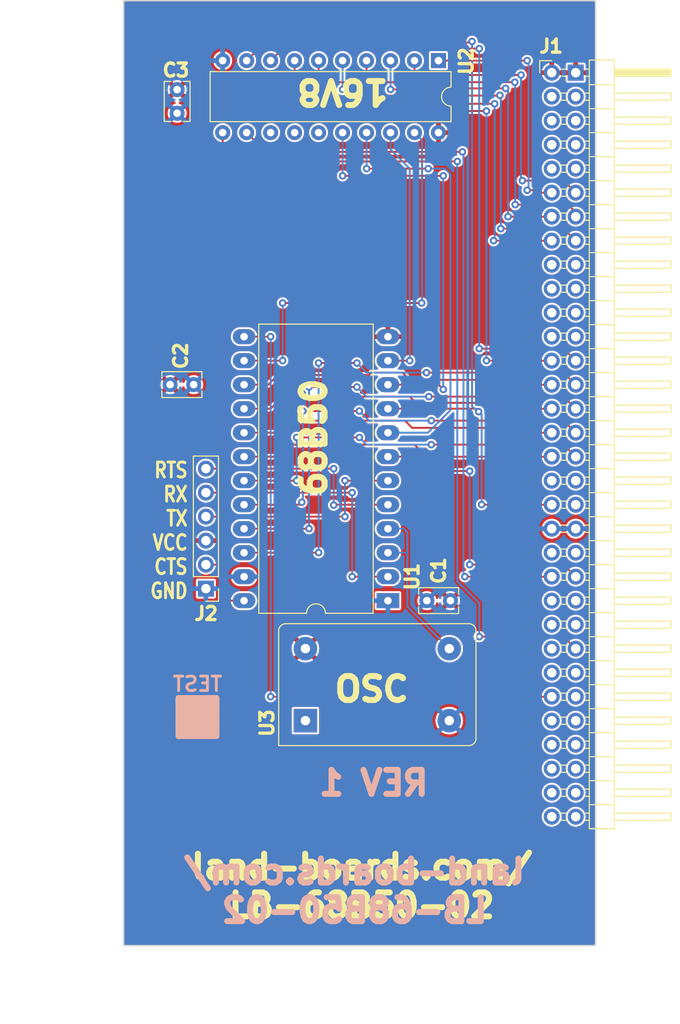
<source format=kicad_pcb>
(kicad_pcb (version 20240108) (generator "pcbnew") (generator_version "8.0")
  (title_block (title "LB-68B50-02") (date "2022-09-09") (rev "1") (company "land-boards.com"))
  (layers (0 "F.Cu" signal) (31 "B.Cu" signal) (34 "B.Paste" user) (35 "F.Paste" user) (36 "B.SilkS" user "B.Silkscreen") (37 "F.SilkS" user "F.Silkscreen") (38 "B.Mask" user) (39 "F.Mask" user) (44 "Edge.Cuts" user))
  (net 0 "")
  (net 1 "GND")
  (net 2 "/CPUA11")
  (net 3 "/CPUA12")
  (net 4 "/CPUA13")
  (net 5 "/CPUA14")
  (net 6 "/CPUA15")
  (net 7 "/CPUD4")
  (net 8 "/CPUD3")
  (net 9 "/CPUD5")
  (net 10 "/CPUD6")
  (net 11 "/CPUA0")
  (net 12 "/CPUA1")
  (net 13 "/CPUD2")
  (net 14 "/CPUA2")
  (net 15 "/CPUD7")
  (net 16 "/CPUA3")
  (net 17 "/CPUD0")
  (net 18 "/CPUA4")
  (net 19 "/CPUD1")
  (net 20 "/CPUA5")
  (net 21 "/CPUA6")
  (net 22 "/CPUA7")
  (net 23 "/CPUA8")
  (net 24 "/CPUA9")
  (net 25 "/CPUA10")
  (net 26 "/CPUA18")
  (net 27 "/CPUA16")
  (net 28 "/CPUA17")
  (net 29 "/CPUCLK")
  (net 30 "/CPUA22")
  (net 31 "/CPUA23")
  (net 32 "/CPUA20")
  (net 33 "/CPUA21")
  (net 34 "/CPUA19")
  (net 35 "VCC")
  (net 36 "/~{IORQ}")
  (net 37 "/~{CPURESB}")
  (net 38 "/VPA")
  (net 39 "/~{IRQB}")
  (net 49 "/VPB")
  (net 50 "/~{NMIB}")
  (net 51 "/~{ABORT}")
  (net 52 "/VDA")
  (net 53 "/RDY")
  (net 54 "/CPUE")
  (net 55 "/RWB")
  (net 56 "/MLB")
  (net 58 "/~{RAMCS}")
  (net 59 "/~{MEMRD}")
  (net 60 "/~{ROMCS}")
  (net 61 "/CPUMX")
  (net 62 "/ACIACS0")
  (net 63 "/ACIACS1")
  (net 64 "/ACIARS")
  (net 65 "/ACIAE")
  (net 66 "/IORQ")
  (net 69 "Net-(U1-Rx_CLK)")
  (net 70 "/~{IOCS}")
  (net 71 "/UART_CTS_5")
  (net 72 "/UART_TX_5")
  (net 73 "/UART_RX_5")
  (net 74 "/UART_RTS_5")
  (footprint "LandBoards_Conns:PinHeader_2x32_P2.54mm_Horizontal-FLIPPED" (layer "F.Cu") (at 177.35 54.615)
    (property "Reference" "J1" (at -0.058 -2.799 0) (layer "F.SilkS") (effects (font (size 1.397 1.397) (thickness 0.34925))))
    (property "Value" "Conn_2x32_RtAng")
    (pad "1" thru_hole rect (at 2.54 0) (size 1.7 1.7) (drill 1) (layers "*.Cu" "*.Mask") (net 35 "VCC"))
    (pad "2" thru_hole oval (at 0 0) (size 1.7 1.7) (drill 1) (layers "*.Cu" "*.Mask") (net 35 "VCC"))
    (pad "3" thru_hole oval (at 2.54 2.54) (size 1.7 1.7) (drill 1) (layers "*.Cu" "*.Mask") (net 30 "/CPUA22"))
    (pad "4" thru_hole oval (at 0 2.54) (size 1.7 1.7) (drill 1) (layers "*.Cu" "*.Mask") (net 31 "/CPUA23"))
    (pad "5" thru_hole oval (at 2.54 5.08) (size 1.7 1.7) (drill 1) (layers "*.Cu" "*.Mask") (net 32 "/CPUA20"))
    (pad "6" thru_hole oval (at 0 5.08) (size 1.7 1.7) (drill 1) (layers "*.Cu" "*.Mask") (net 33 "/CPUA21"))
    (pad "7" thru_hole oval (at 2.54 7.62) (size 1.7 1.7) (drill 1) (layers "*.Cu" "*.Mask") (net 26 "/CPUA18"))
    (pad "8" thru_hole oval (at 0 7.62) (size 1.7 1.7) (drill 1) (layers "*.Cu" "*.Mask") (net 34 "/CPUA19"))
    (pad "9" thru_hole oval (at 2.54 10.16) (size 1.7 1.7) (drill 1) (layers "*.Cu" "*.Mask") (net 27 "/CPUA16"))
    (pad "10" thru_hole oval (at 0 10.16) (size 1.7 1.7) (drill 1) (layers "*.Cu" "*.Mask") (net 28 "/CPUA17"))
    (pad "11" thru_hole oval (at 2.54 12.7) (size 1.7 1.7) (drill 1) (layers "*.Cu" "*.Mask") (net 5 "/CPUA14"))
    (pad "12" thru_hole oval (at 0 12.7) (size 1.7 1.7) (drill 1) (layers "*.Cu" "*.Mask") (net 6 "/CPUA15"))
    (pad "13" thru_hole oval (at 2.54 15.24) (size 1.7 1.7) (drill 1) (layers "*.Cu" "*.Mask") (net 3 "/CPUA12"))
    (pad "14" thru_hole oval (at 0 15.24) (size 1.7 1.7) (drill 1) (layers "*.Cu" "*.Mask") (net 4 "/CPUA13"))
    (pad "15" thru_hole oval (at 2.54 17.78) (size 1.7 1.7) (drill 1) (layers "*.Cu" "*.Mask") (net 25 "/CPUA10"))
    (pad "16" thru_hole oval (at 0 17.78) (size 1.7 1.7) (drill 1) (layers "*.Cu" "*.Mask") (net 2 "/CPUA11"))
    (pad "17" thru_hole oval (at 2.54 20.32) (size 1.7 1.7) (drill 1) (layers "*.Cu" "*.Mask") (net 23 "/CPUA8"))
    (pad "18" thru_hole oval (at 0 20.32) (size 1.7 1.7) (drill 1) (layers "*.Cu" "*.Mask") (net 24 "/CPUA9"))
    (pad "19" thru_hole oval (at 2.54 22.86) (size 1.7 1.7) (drill 1) (layers "*.Cu" "*.Mask") (net 21 "/CPUA6"))
    (pad "20" thru_hole oval (at 0 22.86) (size 1.7 1.7) (drill 1) (layers "*.Cu" "*.Mask") (net 22 "/CPUA7"))
    (pad "21" thru_hole oval (at 2.54 25.4) (size 1.7 1.7) (drill 1) (layers "*.Cu" "*.Mask") (net 18 "/CPUA4"))
    (pad "22" thru_hole oval (at 0 25.4) (size 1.7 1.7) (drill 1) (layers "*.Cu" "*.Mask") (net 20 "/CPUA5"))
    (pad "23" thru_hole oval (at 2.54 27.94) (size 1.7 1.7) (drill 1) (layers "*.Cu" "*.Mask") (net 14 "/CPUA2"))
    (pad "24" thru_hole oval (at 0 27.94) (size 1.7 1.7) (drill 1) (layers "*.Cu" "*.Mask") (net 16 "/CPUA3"))
    (pad "25" thru_hole oval (at 2.54 30.48) (size 1.7 1.7) (drill 1) (layers "*.Cu" "*.Mask") (net 11 "/CPUA0"))
    (pad "26" thru_hole oval (at 0 30.48) (size 1.7 1.7) (drill 1) (layers "*.Cu" "*.Mask") (net 12 "/CPUA1"))
    (pad "27" thru_hole oval (at 2.54 33.02) (size 1.7 1.7) (drill 1) (layers "*.Cu" "*.Mask") (net 17 "/CPUD0"))
    (pad "28" thru_hole oval (at 0 33.02) (size 1.7 1.7) (drill 1) (layers "*.Cu" "*.Mask") (net 15 "/CPUD7"))
    (pad "29" thru_hole oval (at 2.54 35.56) (size 1.7 1.7) (drill 1) (layers "*.Cu" "*.Mask") (net 19 "/CPUD1"))
    (pad "30" thru_hole oval (at 0 35.56) (size 1.7 1.7) (drill 1) (layers "*.Cu" "*.Mask") (net 10 "/CPUD6"))
    (pad "31" thru_hole oval (at 2.54 38.1) (size 1.7 1.7) (drill 1) (layers "*.Cu" "*.Mask") (net 13 "/CPUD2"))
    (pad "32" thru_hole oval (at 0 38.1) (size 1.7 1.7) (drill 1) (layers "*.Cu" "*.Mask") (net 9 "/CPUD5"))
    (pad "33" thru_hole oval (at 2.54 40.64) (size 1.7 1.7) (drill 1) (layers "*.Cu" "*.Mask") (net 8 "/CPUD3"))
    (pad "34" thru_hole oval (at 0 40.64) (size 1.7 1.7) (drill 1) (layers "*.Cu" "*.Mask") (net 7 "/CPUD4"))
    (pad "35" thru_hole oval (at 2.54 43.18) (size 1.7 1.7) (drill 1) (layers "*.Cu" "*.Mask") (net 58 "/~{RAMCS}"))
    (pad "36" thru_hole oval (at 0 43.18) (size 1.7 1.7) (drill 1) (layers "*.Cu" "*.Mask") (net 59 "/~{MEMRD}"))
    (pad "37" thru_hole oval (at 2.54 45.72) (size 1.7 1.7) (drill 1) (layers "*.Cu" "*.Mask") (net 60 "/~{ROMCS}"))
    (pad "38" thru_hole oval (at 0 45.72) (size 1.7 1.7) (drill 1) (layers "*.Cu" "*.Mask") (net 70 "/~{IOCS}"))
    (pad "39" thru_hole oval (at 2.54 48.26) (size 1.7 1.7) (drill 1) (layers "*.Cu" "*.Mask") (net 1 "GND"))
    (pad "40" thru_hole oval (at 0 48.26) (size 1.7 1.7) (drill 1) (layers "*.Cu" "*.Mask") (net 1 "GND"))
    (pad "41" thru_hole oval (at 2.54 50.8) (size 1.7 1.7) (drill 1) (layers "*.Cu" "*.Mask") (net 29 "/CPUCLK"))
    (pad "42" thru_hole oval (at 0 50.8) (size 1.7 1.7) (drill 1) (layers "*.Cu" "*.Mask") (net 38 "/VPA"))
    (pad "43" thru_hole oval (at 2.54 53.34) (size 1.7 1.7) (drill 1) (layers "*.Cu" "*.Mask") (net 39 "/~{IRQB}"))
    (pad "44" thru_hole oval (at 0 53.34) (size 1.7 1.7) (drill 1) (layers "*.Cu" "*.Mask") (net 49 "/VPB"))
    (pad "45" thru_hole oval (at 2.54 55.88) (size 1.7 1.7) (drill 1) (layers "*.Cu" "*.Mask") (net 50 "/~{NMIB}"))
    (pad "46" thru_hole oval (at 0 55.88) (size 1.7 1.7) (drill 1) (layers "*.Cu" "*.Mask") (net 37 "/~{CPURESB}"))
    (pad "47" thru_hole oval (at 2.54 58.42) (size 1.7 1.7) (drill 1) (layers "*.Cu" "*.Mask") (net 51 "/~{ABORT}"))
    (pad "48" thru_hole oval (at 0 58.42) (size 1.7 1.7) (drill 1) (layers "*.Cu" "*.Mask") (net 56 "/MLB"))
    (pad "49" thru_hole oval (at 2.54 60.96) (size 1.7 1.7) (drill 1) (layers "*.Cu" "*.Mask") (net 52 "/VDA"))
    (pad "50" thru_hole oval (at 0 60.96) (size 1.7 1.7) (drill 1) (layers "*.Cu" "*.Mask") (net 53 "/RDY"))
    (pad "51" thru_hole oval (at 2.54 63.5) (size 1.7 1.7) (drill 1) (layers "*.Cu" "*.Mask") (net 36 "/~{IORQ}"))
    (pad "52" thru_hole oval (at 0 63.5) (size 1.7 1.7) (drill 1) (layers "*.Cu" "*.Mask") (net 54 "/CPUE"))
    (pad "53" thru_hole oval (at 2.54 66.04) (size 1.7 1.7) (drill 1) (layers "*.Cu" "*.Mask") (net 61 "/CPUMX"))
    (pad "54" thru_hole oval (at 0 66.04) (size 1.7 1.7) (drill 1) (layers "*.Cu" "*.Mask") (net 55 "/RWB"))
    (pad "55" thru_hole oval (at 2.54 68.58) (size 1.7 1.7) (drill 1) (layers "*.Cu" "*.Mask"))
    (pad "56" thru_hole oval (at 0 68.58) (size 1.7 1.7) (drill 1) (layers "*.Cu" "*.Mask"))
    (pad "57" thru_hole oval (at 2.54 71.12) (size 1.7 1.7) (drill 1) (layers "*.Cu" "*.Mask"))
    (pad "58" thru_hole oval (at 0 71.12) (size 1.7 1.7) (drill 1) (layers "*.Cu" "*.Mask"))
    (pad "59" thru_hole oval (at 2.54 73.66) (size 1.7 1.7) (drill 1) (layers "*.Cu" "*.Mask"))
    (pad "60" thru_hole oval (at 0 73.66) (size 1.7 1.7) (drill 1) (layers "*.Cu" "*.Mask"))
    (pad "61" thru_hole oval (at 2.54 76.2) (size 1.7 1.7) (drill 1) (layers "*.Cu" "*.Mask"))
    (pad "62" thru_hole oval (at 0 76.2) (size 1.7 1.7) (drill 1) (layers "*.Cu" "*.Mask"))
    (pad "63" thru_hole oval (at 2.54 78.74) (size 1.7 1.7) (drill 1) (layers "*.Cu" "*.Mask"))
    (pad "64" thru_hole oval (at 0 78.74) (size 1.7 1.7) (drill 1) (layers "*.Cu" "*.Mask"))
  )
  (footprint "Package_DIP:DIP-24_W15.24mm_LongPads" (layer "F.Cu") (at 160 110.495 180)
    (property "Reference" "U1" (at -2.56 2.545 -90) (layer "F.SilkS") (effects (font (size 1.397 1.397) (thickness 0.34925))))
    (property "Value" "MC68B50")
    (pad "1" thru_hole rect (at 0 0 180) (size 2.4 1.6) (drill 0.8) (layers "*.Cu" "*.Mask") (net 1 "GND"))
    (pad "2" thru_hole oval (at 0 2.54 180) (size 2.4 1.6) (drill 0.8) (layers "*.Cu" "*.Mask") (net 73 "/UART_RX_5"))
    (pad "3" thru_hole oval (at 0 5.08 180) (size 2.4 1.6) (drill 0.8) (layers "*.Cu" "*.Mask") (net 69 "Net-(U1-Rx_CLK)"))
    (pad "4" thru_hole oval (at 0 7.62 180) (size 2.4 1.6) (drill 0.8) (layers "*.Cu" "*.Mask") (net 69 "Net-(U1-Rx_CLK)"))
    (pad "5" thru_hole oval (at 0 10.16 180) (size 2.4 1.6) (drill 0.8) (layers "*.Cu" "*.Mask") (net 74 "/UART_RTS_5"))
    (pad "6" thru_hole oval (at 0 12.7 180) (size 2.4 1.6) (drill 0.8) (layers "*.Cu" "*.Mask") (net 72 "/UART_TX_5"))
    (pad "7" thru_hole oval (at 0 15.24 180) (size 2.4 1.6) (drill 0.8) (layers "*.Cu" "*.Mask") (net 39 "/~{IRQB}"))
    (pad "8" thru_hole oval (at 0 17.78 180) (size 2.4 1.6) (drill 0.8) (layers "*.Cu" "*.Mask") (net 62 "/ACIACS0"))
    (pad "9" thru_hole oval (at 0 20.32 180) (size 2.4 1.6) (drill 0.8) (layers "*.Cu" "*.Mask") (net 70 "/~{IOCS}"))
    (pad "10" thru_hole oval (at 0 22.86 180) (size 2.4 1.6) (drill 0.8) (layers "*.Cu" "*.Mask") (net 63 "/ACIACS1"))
    (pad "11" thru_hole oval (at 0 25.4 180) (size 2.4 1.6) (drill 0.8) (layers "*.Cu" "*.Mask") (net 64 "/ACIARS"))
    (pad "12" thru_hole oval (at 0 27.94 180) (size 2.4 1.6) (drill 0.8) (layers "*.Cu" "*.Mask") (net 35 "VCC"))
    (pad "13" thru_hole oval (at 15.24 27.94 180) (size 2.4 1.6) (drill 0.8) (layers "*.Cu" "*.Mask") (net 55 "/RWB"))
    (pad "14" thru_hole oval (at 15.24 25.4 180) (size 2.4 1.6) (drill 0.8) (layers "*.Cu" "*.Mask") (net 65 "/ACIAE"))
    (pad "15" thru_hole oval (at 15.24 22.86 180) (size 2.4 1.6) (drill 0.8) (layers "*.Cu" "*.Mask") (net 15 "/CPUD7"))
    (pad "16" thru_hole oval (at 15.24 20.32 180) (size 2.4 1.6) (drill 0.8) (layers "*.Cu" "*.Mask") (net 10 "/CPUD6"))
    (pad "17" thru_hole oval (at 15.24 17.78 180) (size 2.4 1.6) (drill 0.8) (layers "*.Cu" "*.Mask") (net 9 "/CPUD5"))
    (pad "18" thru_hole oval (at 15.24 15.24 180) (size 2.4 1.6) (drill 0.8) (layers "*.Cu" "*.Mask") (net 7 "/CPUD4"))
    (pad "19" thru_hole oval (at 15.24 12.7 180) (size 2.4 1.6) (drill 0.8) (layers "*.Cu" "*.Mask") (net 8 "/CPUD3"))
    (pad "20" thru_hole oval (at 15.24 10.16 180) (size 2.4 1.6) (drill 0.8) (layers "*.Cu" "*.Mask") (net 13 "/CPUD2"))
    (pad "21" thru_hole oval (at 15.24 7.62 180) (size 2.4 1.6) (drill 0.8) (layers "*.Cu" "*.Mask") (net 19 "/CPUD1"))
    (pad "22" thru_hole oval (at 15.24 5.08 180) (size 2.4 1.6) (drill 0.8) (layers "*.Cu" "*.Mask") (net 17 "/CPUD0"))
    (pad "23" thru_hole oval (at 15.24 2.54 180) (size 2.4 1.6) (drill 0.8) (layers "*.Cu" "*.Mask") (net 1 "GND"))
    (pad "24" thru_hole oval (at 15.24 0 180) (size 2.4 1.6) (drill 0.8) (layers "*.Cu" "*.Mask") (net 71 "/UART_CTS_5"))
  )
  (footprint "Package_DIP:DIP-20_W7.62mm" (layer "F.Cu") (at 165.354 53.34 -90)
    (property "Reference" "U2" (at 0.0508 -2.9464 90) (layer "F.SilkS") (effects (font (size 1.397 1.397) (thickness 0.34925) (bold yes))))
    (property "Value" "ATF16V8B-15PU")
    (pad "1" thru_hole rect (at 0 0 270) (size 1.6 1.6) (drill 0.8) (layers "*.Cu" "*.Mask") (net 6 "/CPUA15"))
    (pad "2" thru_hole oval (at 0 2.54 270) (size 1.6 1.6) (drill 0.8) (layers "*.Cu" "*.Mask") (net 5 "/CPUA14"))
    (pad "3" thru_hole oval (at 0 5.08 270) (size 1.6 1.6) (drill 0.8) (layers "*.Cu" "*.Mask") (net 4 "/CPUA13"))
    (pad "4" thru_hole oval (at 0 7.62 270) (size 1.6 1.6) (drill 0.8) (layers "*.Cu" "*.Mask") (net 3 "/CPUA12"))
    (pad "5" thru_hole oval (at 0 10.16 270) (size 1.6 1.6) (drill 0.8) (layers "*.Cu" "*.Mask") (net 2 "/CPUA11"))
    (pad "6" thru_hole oval (at 0 12.7 270) (size 1.6 1.6) (drill 0.8) (layers "*.Cu" "*.Mask") (net 25 "/CPUA10"))
    (pad "7" thru_hole oval (at 0 15.24 270) (size 1.6 1.6) (drill 0.8) (layers "*.Cu" "*.Mask") (net 12 "/CPUA1"))
    (pad "8" thru_hole oval (at 0 17.78 270) (size 1.6 1.6) (drill 0.8) (layers "*.Cu" "*.Mask") (net 11 "/CPUA0"))
    (pad "9" thru_hole oval (at 0 20.32 270) (size 1.6 1.6) (drill 0.8) (layers "*.Cu" "*.Mask") (net 70 "/~{IOCS}"))
    (pad "10" thru_hole oval (at 0 22.86 270) (size 1.6 1.6) (drill 0.8) (layers "*.Cu" "*.Mask") (net 1 "GND"))
    (pad "11" thru_hole oval (at 7.62 22.86 270) (size 1.6 1.6) (drill 0.8) (layers "*.Cu" "*.Mask") (net 52 "/VDA"))
    (pad "12" thru_hole oval (at 7.62 20.32 270) (size 1.6 1.6) (drill 0.8) (layers "*.Cu" "*.Mask") (net 49 "/VPB"))
    (pad "13" thru_hole oval (at 7.62 17.78 270) (size 1.6 1.6) (drill 0.8) (layers "*.Cu" "*.Mask") (net 66 "/IORQ"))
    (pad "14" thru_hole oval (at 7.62 15.24 270) (size 1.6 1.6) (drill 0.8) (layers "*.Cu" "*.Mask"))
    (pad "15" thru_hole oval (at 7.62 12.7 270) (size 1.6 1.6) (drill 0.8) (layers "*.Cu" "*.Mask"))
    (pad "16" thru_hole oval (at 7.62 10.16 270) (size 1.6 1.6) (drill 0.8) (layers "*.Cu" "*.Mask") (net 63 "/ACIACS1"))
    (pad "17" thru_hole oval (at 7.62 7.62 270) (size 1.6 1.6) (drill 0.8) (layers "*.Cu" "*.Mask") (net 62 "/ACIACS0"))
    (pad "18" thru_hole oval (at 7.62 5.08 270) (size 1.6 1.6) (drill 0.8) (layers "*.Cu" "*.Mask") (net 64 "/ACIARS"))
    (pad "19" thru_hole oval (at 7.62 2.54 270) (size 1.6 1.6) (drill 0.8) (layers "*.Cu" "*.Mask") (net 65 "/ACIAE"))
    (pad "20" thru_hole oval (at 7.62 0 270) (size 1.6 1.6) (drill 0.8) (layers "*.Cu" "*.Mask") (net 35 "VCC"))
  )
  (footprint "Capacitor_THT:C_Rect_L4.0mm_W2.5mm_P2.50mm" (layer "F.Cu") (at 164.124 110.49)
    (property "Reference" "C1" (at 1.25 -3.175 -90) (layer "F.SilkS") (effects (font (size 1.397 1.397) (thickness 0.34925))))
    (property "Value" "0.1uF")
    (pad "1" thru_hole circle (at 0 0) (size 1.6 1.6) (drill 0.8) (layers "*.Cu" "*.Mask") (net 1 "GND"))
    (pad "2" thru_hole circle (at 2.5 0) (size 1.6 1.6) (drill 0.8) (layers "*.Cu" "*.Mask") (net 35 "VCC"))
  )
  (footprint "Capacitor_THT:C_Rect_L4.0mm_W2.5mm_P2.50mm" (layer "F.Cu") (at 139.426 87.63 180)
    (property "Reference" "C2" (at 1.377 3.048 90) (layer "F.SilkS") (effects (font (size 1.397 1.397) (thickness 0.34925))))
    (property "Value" "0.1uF")
    (pad "1" thru_hole circle (at 0 0 180) (size 1.6 1.6) (drill 0.8) (layers "*.Cu" "*.Mask") (net 1 "GND"))
    (pad "2" thru_hole circle (at 2.5 0 180) (size 1.6 1.6) (drill 0.8) (layers "*.Cu" "*.Mask") (net 35 "VCC"))
  )
  (footprint "Connector_PinHeader_2.54mm:PinHeader_1x06_P2.54mm_Vertical" (layer "F.Cu") (at 140.716 109.22 180)
    (property "Reference" "J2" (at -0.0254 -2.6416 0) (layer "F.SilkS") (effects (font (size 1.397 1.397) (thickness 0.34925) (bold yes))))
    (property "Value" "1x6_Pin_Header_Rt_Angle")
    (pad "1" thru_hole rect (at 0 0 180) (size 1.7 1.7) (drill 1) (layers "*.Cu" "*.Mask") (net 1 "GND"))
    (pad "2" thru_hole oval (at 0 2.54 180) (size 1.7 1.7) (drill 1) (layers "*.Cu" "*.Mask") (net 71 "/UART_CTS_5"))
    (pad "3" thru_hole oval (at 0 5.08 180) (size 1.7 1.7) (drill 1) (layers "*.Cu" "*.Mask") (net 35 "VCC"))
    (pad "4" thru_hole oval (at 0 7.62 180) (size 1.7 1.7) (drill 1) (layers "*.Cu" "*.Mask") (net 72 "/UART_TX_5"))
    (pad "5" thru_hole oval (at 0 10.16 180) (size 1.7 1.7) (drill 1) (layers "*.Cu" "*.Mask") (net 73 "/UART_RX_5"))
    (pad "6" thru_hole oval (at 0 12.7 180) (size 1.7 1.7) (drill 1) (layers "*.Cu" "*.Mask") (net 74 "/UART_RTS_5"))
  )
  (footprint "LandBoards_Marking:TEST_BLK-REAR" (layer "F.Cu") (at 139.827 122.809)
    (property "Reference" "TEST" (at 0 -3.5 0) (layer "B.SilkS") (effects (font (size 1.524 1.524) (thickness 0.3048)) (justify mirror)))
    (property "Value" "COUPON" (hide yes))
  )
  (footprint "Oscillator:Oscillator_DIP-14_LargePads" (layer "F.Cu") (at 151.257 123.19)
    (property "Reference" "U3" (at -4.064 0.254 90) (layer "F.SilkS") (effects (font (size 1.397 1.397) (thickness 0.34925))))
    (property "Value" "MXO45-3C-1M8432")
    (pad "1" thru_hole rect (at 0 0) (size 2.5 2.5) (drill 1) (layers "*.Cu" "*.Mask"))
    (pad "7" thru_hole circle (at 15.24 0) (size 2.5 2.5) (drill 1) (layers "*.Cu" "*.Mask") (net 1 "GND"))
    (pad "8" thru_hole circle (at 15.24 -7.62) (size 2.5 2.5) (drill 1) (layers "*.Cu" "*.Mask") (net 69 "Net-(U1-Rx_CLK)"))
    (pad "14" thru_hole circle (at 0 -7.62) (size 2.5 2.5) (drill 1) (layers "*.Cu" "*.Mask") (net 35 "VCC"))
  )
  (footprint "Capacitor_THT:C_Rect_L4.0mm_W2.5mm_P2.50mm" (layer "F.Cu") (at 137.668 58.908 90)
    (property "Reference" "C3" (at 4.552 -0.127 0) (layer "F.SilkS") (effects (font (size 1.397 1.397) (thickness 0.34925))))
    (property "Value" "0.1uF")
    (pad "1" thru_hole circle (at 0 0 90) (size 1.6 1.6) (drill 0.8) (layers "*.Cu" "*.Mask") (net 1 "GND"))
    (pad "2" thru_hole circle (at 2.5 0 90) (size 1.6 1.6) (drill 0.8) (layers "*.Cu" "*.Mask") (net 35 "VCC"))
  )
  (gr_rect (start 132 47) (end 182 147) (stroke (width 0.15)) (fill none) (layer "Edge.Cuts"))
  (gr_text "land-boards.com/\nLB-68B50-02" (at 156.464 141.224 0) (layer "B.SilkS") (effects (font (size 2.54 2.54) (thickness 0.635)) (justify mirror)))
  (gr_text "REV 1" (at 158.496 129.794 0) (layer "B.SilkS") (effects (font (size 2.54 2.54) (thickness 0.635)) (justify mirror)))
  (gr_text "OSC" (at 158.2674 119.8626 0) (layer "F.SilkS") (effects (font (size 2.54 2.54) (thickness 0.635))))
  (gr_text "68B50" (at 152.146 93.218 90) (layer "F.SilkS") (effects (font (size 2.54 2.54) (thickness 0.635))))
  (gr_text "land-boards.com/\nLB-68B50-02" (at 157.226 140.716 0) (layer "F.SilkS") (effects (font (size 2.54 2.54) (thickness 0.635))))
  (gr_text "RTS\nRX\nTX\nVCC\nCTS\nGND" (at 138.938 95.758 0) (layer "F.SilkS") (effects (font (size 1.5875 1.27) (thickness 0.3) (bold yes)) (justify right top)))
  (gr_text "16V8" (at 155.194 56.642 180) (layer "F.SilkS") (effects (font (size 2.54 2.54) (thickness 0.635))))
  (segment (start 171.201 72.395) (end 171.196 72.39) (width 0.2032) (layer "F.Cu") (net 2))
  (segment (start 157.233761 56.388) (end 158.75 57.904239) (width 0.2032) (layer "F.Cu") (net 2))
  (segment (start 155.194 56.388) (end 157.233761 56.388) (width 0.2032) (layer "F.Cu") (net 2))
  (segment (start 171.3045 57.904239) (end 158.75 57.904239) (width 0.2032) (layer "F.Cu") (net 2))
  (segment (start 177.35 72.395) (end 171.201 72.395) (width 0.2032) (layer "F.Cu") (net 2))
  (via (at 155.194 56.388) (size 0.8) (drill 0.4) (layers "F.Cu" "B.Cu") (net 2))
  (via (at 171.196 72.39) (size 0.8) (drill 0.4) (layers "F.Cu" "B.Cu") (net 2))
  (via (at 171.3045 57.904239) (size 0.8) (drill 0.4) (layers "F.Cu" "B.Cu") (net 2))
  (segment (start 155.194 56.388) (end 155.194 53.34) (width 0.2032) (layer "B.Cu") (net 2))
  (segment (start 171.196 72.39) (end 171.3045 72.2815) (width 0.2032) (layer "B.Cu") (net 2))
  (segment (start 171.3045 72.2815) (end 171.3045 57.904239) (width 0.2032) (layer "B.Cu") (net 2))
  (segment (start 179.89 69.4) (end 179.07 68.58) (width 0.2032) (layer "F.Cu") (net 3))
  (segment (start 157.734 54.864) (end 157.734 53.34) (width 0.2032) (layer "F.Cu") (net 3))
  (segment (start 158.496 55.626) (end 157.734 54.864) (width 0.2032) (layer "F.Cu") (net 3))
  (segment (start 179.07 68.58) (end 173.482 68.58) (width 0.2032) (layer "F.Cu") (net 3))
  (segment (start 173.445 55.626) (end 158.496 55.626) (width 0.2032) (layer "F.Cu") (net 3))
  (via (at 173.445 55.626) (size 0.8) (drill 0.4) (layers "F.Cu" "B.Cu") (net 3))
  (via (at 173.482 68.58) (size 0.8) (drill 0.4) (layers "F.Cu" "B.Cu") (net 3))
  (segment (start 173.482 55.663) (end 173.445 55.626) (width 0.2032) (layer "B.Cu") (net 3))
  (segment (start 173.482 68.58) (end 173.482 55.663) (width 0.2032) (layer "B.Cu") (net 3))
  (segment (start 177.35 69.855) (end 172.725 69.855) (width 0.2032) (layer "F.Cu") (net 4))
  (segment (start 160.274 56.388) (end 162.1975 56.388) (width 0.2032) (layer "F.Cu") (net 4))
  (segment (start 162.306 56.2795) (end 172.466 56.2795) (width 0.2032) (layer "F.Cu") (net 4))
  (segment (start 162.1975 56.388) (end 162.306 56.2795) (width 0.2032) (layer "F.Cu") (net 4))
  (segment (start 172.725 69.855) (end 172.72 69.85) (width 0.2032) (layer "F.Cu") (net 4))
  (via (at 172.466 56.2795) (size 0.8) (drill 0.4) (layers "F.Cu" "B.Cu") (net 4))
  (via (at 160.274 56.388) (size 0.8) (drill 0.4) (layers "F.Cu" "B.Cu") (net 4))
  (via (at 172.72 69.85) (size 0.8) (drill 0.4) (layers "F.Cu" "B.Cu") (net 4))
  (segment (start 172.72 56.5335) (end 172.466 56.2795) (width 0.2032) (layer "B.Cu") (net 4))
  (segment (start 160.274 56.388) (end 160.274 53.34) (width 0.2032) (layer "B.Cu") (net 4))
  (segment (start 172.72 69.85) (end 172.72 56.5335) (width 0.2032) (layer "B.Cu") (net 4))
  (segment (start 174.244 66.04) (end 178.615 66.04) (width 0.2032) (layer "F.Cu") (net 5))
  (segment (start 162.814 54.356) (end 163.322 54.864) (width 0.2032) (layer "F.Cu") (net 5))
  (segment (start 163.322 54.864) (end 174.0985 54.864) (width 0.2032) (layer "F.Cu") (net 5))
  (segment (start 162.814 53.34) (end 162.814 54.356) (width 0.2032) (layer "F.Cu") (net 5))
  (segment (start 178.615 66.04) (end 179.89 67.315) (width 0.2032) (layer "F.Cu") (net 5))
  (via (at 174.244 66.04) (size 0.8) (drill 0.4) (layers "F.Cu" "B.Cu") (net 5))
  (via (at 174.0985 54.864) (size 0.8) (drill 0.4) (layers "F.Cu" "B.Cu") (net 5))
  (segment (start 174.0985 54.864) (end 174.0985 65.8945) (width 0.2032) (layer "B.Cu") (net 5))
  (segment (start 174.0985 65.8945) (end 174.244 66.04) (width 0.2032) (layer "B.Cu") (net 5))
  (segment (start 165.354 53.34) (end 174.752 53.34) (width 0.2032) (layer "F.Cu") (net 6))
  (segment (start 177.35 67.315) (end 176.027 67.315) (width 0.2032) (layer "F.Cu") (net 6))
  (segment (start 175.768 67.056) (end 174.752 67.056) (width 0.2032) (layer "F.Cu") (net 6))
  (segment (start 176.027 67.315) (end 175.768 67.056) (width 0.2032) (layer "F.Cu") (net 6))
  (via (at 174.752 67.056) (size 0.8) (drill 0.4) (layers "F.Cu" "B.Cu") (net 6))
  (via (at 174.752 53.34) (size 0.8) (drill 0.4) (layers "F.Cu" "B.Cu") (net 6))
  (segment (start 174.898 53.486) (end 174.752 53.34) (width 0.2032) (layer "B.Cu") (net 6))
  (segment (start 174.752 67.056) (end 174.898 66.91) (width 0.2032) (layer "B.Cu") (net 6))
  (segment (start 174.898 66.91) (end 174.898 53.486) (width 0.2032) (layer "B.Cu") (net 6))
  (segment (start 162.814 93.98) (end 149.86 93.98) (width 0.2032) (layer "F.Cu") (net 7))
  (segment (start 149.86 93.98) (end 148.585 95.255) (width 0.2032) (layer "F.Cu") (net 7))
  (segment (start 148.585 95.255) (end 144.76 95.255) (width 0.2032) (layer "F.Cu") (net 7))
  (segment (start 164.089 95.255) (end 162.814 93.98) (width 0.2032) (layer "F.Cu") (net 7))
  (segment (start 177.35 95.255) (end 164.089 95.255) (width 0.2032) (layer "F.Cu") (net 7))
  (segment (start 179.89 95.255) (end 178.615 93.98) (width 0.2032) (layer "F.Cu") (net 8))
  (segment (start 156.972 93.218) (end 150.331 93.218) (width 0.2032) (layer "F.Cu") (net 8))
  (segment (start 150.331 97.79) (end 150.326 97.795) (width 0.2032) (layer "F.Cu") (net 8))
  (segment (start 150.326 97.795) (end 144.76 97.795) (width 0.2032) (layer "F.Cu") (net 8))
  (segment (start 178.615 93.98) (end 164.592 93.98) (width 0.2032) (layer "F.Cu") (net 8))
  (via (at 150.331 93.218) (size 0.8) (drill 0.4) (layers "F.Cu" "B.Cu") (net 8))
  (via (at 156.972 93.218) (size 0.8) (drill 0.4) (layers "F.Cu" "B.Cu") (net 8))
  (via (at 150.331 97.79) (size 0.8) (drill 0.4) (layers "F.Cu" "B.Cu") (net 8))
  (via (at 164.592 93.98) (size 0.8) (drill 0.4) (layers "F.Cu" "B.Cu") (net 8))
  (segment (start 150.331 93.218) (end 150.331 97.79) (width 0.2032) (layer "B.Cu") (net 8))
  (segment (start 157.734 93.98) (end 156.972 93.218) (width 0.2032) (layer "B.Cu") (net 8))
  (segment (start 164.592 93.98) (end 157.734 93.98) (width 0.2032) (layer "B.Cu") (net 8))
  (segment (start 172.461 92.202) (end 172.974 92.715) (width 0.2032) (layer "F.Cu") (net 9))
  (segment (start 149.352 91.44) (end 161.798 91.44) (width 0.2032) (layer "F.Cu") (net 9))
  (segment (start 161.798 91.44) (end 162.56 92.202) (width 0.2032) (layer "F.Cu") (net 9))
  (segment (start 144.76 92.715) (end 148.077 92.715) (width 0.2032) (layer "F.Cu") (net 9))
  (segment (start 162.56 92.202) (end 172.461 92.202) (width 0.2032) (layer "F.Cu") (net 9))
  (segment (start 172.974 92.715) (end 177.35 92.715) (width 0.2032) (layer "F.Cu") (net 9))
  (segment (start 148.077 92.715) (end 149.352 91.44) (width 0.2032) (layer "F.Cu") (net 9))
  (segment (start 162.306 88.9) (end 162.96 89.554) (width 0.2032) (layer "F.Cu") (net 10))
  (segment (start 173.369 89.554) (end 173.99 90.175) (width 0.2032) (layer "F.Cu") (net 10))
  (segment (start 147.569 90.175) (end 148.844 88.9) (width 0.2032) (layer "F.Cu") (net 10))
  (segment (start 162.96 89.554) (end 173.369 89.554) (width 0.2032) (layer "F.Cu") (net 10))
  (segment (start 173.99 90.175) (end 177.35 90.175) (width 0.2032) (layer "F.Cu") (net 10))
  (segment (start 144.76 90.175) (end 147.569 90.175) (width 0.2032) (layer "F.Cu") (net 10))
  (segment (start 148.844 88.9) (end 162.306 88.9) (width 0.2032) (layer "F.Cu") (net 10))
  (segment (start 169.672 83.82) (end 178.615 83.82) (width 0.2032) (layer "F.Cu") (net 11))
  (segment (start 169.672 52.07) (end 148.844 52.07) (width 0.2032) (layer "F.Cu") (net 11))
  (segment (start 178.615 83.82) (end 179.89 85.095) (width 0.2032) (layer "F.Cu") (net 11))
  (segment (start 148.844 52.07) (end 147.574 53.34) (width 0.2032) (layer "F.Cu") (net 11))
  (via (at 169.672 52.07) (size 0.8) (drill 0.4) (layers "F.Cu" "B.Cu") (net 11))
  (via (at 169.672 83.82) (size 0.8) (drill 0.4) (layers "F.Cu" "B.Cu") (net 11))
  (segment (start 169.672 52.07) (end 169.672 83.82) (width 0.2032) (layer "B.Cu") (net 11))
  (segment (start 170.439 85.095) (end 170.434 85.09) (width 0.2032) (layer "F.Cu") (net 12))
  (segment (start 170.434 58.674) (end 158.496 58.674) (width 0.2032) (layer "F.Cu") (net 12))
  (segment (start 151.384 57.15) (end 156.972 57.15) (width 0.2032) (layer "F.Cu") (net 12))
  (segment (start 150.114 55.88) (end 151.384 57.15) (width 0.2032) (layer "F.Cu") (net 12))
  (segment (start 156.972 57.15) (end 158.496 58.674) (width 0.2032) (layer "F.Cu") (net 12))
  (segment (start 150.114 53.34) (end 150.114 55.88) (width 0.2032) (layer "F.Cu") (net 12))
  (segment (start 177.35 85.095) (end 170.439 85.095) (width 0.2032) (layer "F.Cu") (net 12))
  (via (at 170.434 58.674) (size 0.8) (drill 0.4) (layers "F.Cu" "B.Cu") (net 12))
  (via (at 170.434 85.09) (size 0.8) (drill 0.4) (layers "F.Cu" "B.Cu") (net 12))
  (segment (start 170.434 85.09) (end 170.434 58.674) (width 0.2032) (layer "B.Cu") (net 12))
  (segment (start 179.89 92.715) (end 178.615 91.44) (width 0.2032) (layer "F.Cu") (net 13))
  (segment (start 178.615 91.44) (end 164.592 91.44) (width 0.2032) (layer "F.Cu") (net 13))
  (segment (start 150.617 100.335) (end 144.76 100.335) (width 0.2032) (layer "F.Cu") (net 13))
  (segment (start 156.972 90.424) (end 150.9845 90.424) (width 0.2032) (layer "F.Cu") (net 13))
  (segment (start 150.876 100.076) (end 150.617 100.335) (width 0.2032) (layer "F.Cu") (net 13))
  (via (at 150.9845 90.424) (size 0.8) (drill 0.4) (layers "F.Cu" "B.Cu") (net 13))
  (via (at 156.972 90.424) (size 0.8) (drill 0.4) (layers "F.Cu" "B.Cu") (net 13))
  (via (at 150.876 100.076) (size 0.8) (drill 0.4) (layers "F.Cu" "B.Cu") (net 13))
  (via (at 164.592 91.44) (size 0.8) (drill 0.4) (layers "F.Cu" "B.Cu") (net 13))
  (segment (start 150.9845 99.9675) (end 150.876 100.076) (width 0.2032) (layer "B.Cu") (net 13))
  (segment (start 157.988 91.44) (end 156.972 90.424) (width 0.2032) (layer "B.Cu") (net 13))
  (segment (start 150.9845 90.424) (end 150.9845 99.9675) (width 0.2032) (layer "B.Cu") (net 13))
  (segment (start 164.592 91.44) (end 157.988 91.44) (width 0.2032) (layer "B.Cu") (net 13))
  (segment (start 175.255 87.122) (end 162.306 87.122) (width 0.2032) (layer "F.Cu") (net 15))
  (segment (start 175.768 87.635) (end 175.255 87.122) (width 0.2032) (layer "F.Cu") (net 15))
  (segment (start 161.544 86.36) (end 158.242 86.36) (width 0.2032) (layer "F.Cu") (net 15))
  (segment (start 177.35 87.635) (end 175.768 87.635) (width 0.2032) (layer "F.Cu") (net 15))
  (segment (start 148.336 86.614) (end 147.315 87.635) (width 0.2032) (layer "F.Cu") (net 15))
  (segment (start 157.988 86.614) (end 148.336 86.614) (width 0.2032) (layer "F.Cu") (net 15))
  (segment (start 162.306 87.122) (end 161.544 86.36) (width 0.2032) (layer "F.Cu") (net 15))
  (segment (start 158.242 86.36) (end 157.988 86.614) (width 0.2032) (layer "F.Cu") (net 15))
  (segment (start 147.315 87.635) (end 144.76 87.635) (width 0.2032) (layer "F.Cu") (net 15))
  (segment (start 178.615 86.36) (end 164.084 86.36) (width 0.2032) (layer "F.Cu") (net 17))
  (segment (start 144.76 105.415) (end 152.649 105.415) (width 0.2032) (layer "F.Cu") (net 17))
  (segment (start 179.89 87.635) (end 178.615 86.36) (width 0.2032) (layer "F.Cu") (net 17))
  (segment (start 156.718 85.344) (end 152.654 85.344) (width 0.2032) (layer "F.Cu") (net 17))
  (segment (start 152.649 105.415) (end 152.654 105.41) (width 0.2032) (layer "F.Cu") (net 17))
  (via (at 156.718 85.344) (size 0.8) (drill 0.4) (layers "F.Cu" "B.Cu") (net 17))
  (via (at 152.654 105.41) (size 0.8) (drill 0.4) (layers "F.Cu" "B.Cu") (net 17))
  (via (at 164.084 86.36) (size 0.8) (drill 0.4) (layers "F.Cu" "B.Cu") (net 17))
  (via (at 152.654 85.344) (size 0.8) (drill 0.4) (layers "F.Cu" "B.Cu") (net 17))
  (segment (start 157.734 86.36) (end 156.718 85.344) (width 0.2032) (layer "B.Cu") (net 17))
  (segment (start 152.654 85.344) (end 152.654 105.41) (width 0.2032) (layer "B.Cu") (net 17))
  (segment (start 164.084 86.36) (end 157.734 86.36) (width 0.2032) (layer "B.Cu") (net 17))
  (segment (start 179.89 90.175) (end 178.615 88.9) (width 0.2032) (layer "F.Cu") (net 19))
  (segment (start 178.615 88.9) (end 164.338 88.9) (width 0.2032) (layer "F.Cu") (net 19))
  (segment (start 151.633 102.875) (end 151.638 102.87) (width 0.2032) (layer "F.Cu") (net 19))
  (segment (start 144.76 102.875) (end 151.633 102.875) (width 0.2032) (layer "F.Cu") (net 19))
  (segment (start 156.718 87.884) (end 151.638 87.884) (width 0.2032) (layer "F.Cu") (net 19))
  (via (at 151.638 87.884) (size 0.8) (drill 0.4) (layers "F.Cu" "B.Cu") (net 19))
  (via (at 164.338 88.9) (size 0.8) (drill 0.4) (layers "F.Cu" "B.Cu") (net 19))
  (via (at 151.638 102.87) (size 0.8) (drill 0.4) (layers "F.Cu" "B.Cu") (net 19))
  (via (at 156.718 87.884) (size 0.8) (drill 0.4) (layers "F.Cu" "B.Cu") (net 19))
  (segment (start 157.734 88.9) (end 156.718 87.884) (width 0.2032) (layer "B.Cu") (net 19))
  (segment (start 151.638 87.884) (end 151.638 102.87) (width 0.2032) (layer "B.Cu") (net 19))
  (segment (start 164.338 88.9) (end 157.734 88.9) (width 0.2032) (layer "B.Cu") (net 19))
  (segment (start 171.86066 57.01413) (end 171.83279 57.042) (width 0.2032) (layer "F.Cu") (net 25))
  (segment (start 179.89 72.395) (end 178.615 71.12) (width 0.2032) (layer "F.Cu") (net 25))
  (segment (start 157.334 55.626) (end 158.75 57.042) (width 0.2032) (layer "F.Cu") (net 25))
  (segment (start 178.615 71.12) (end 171.958 71.12) (width 0.2032) (layer "F.Cu") (net 25))
  (segment (start 152.654 53.34) (end 152.654 54.61) (width 0.2032) (layer "F.Cu") (net 25))
  (segment (start 171.83279 57.042) (end 158.75 57.042) (width 0.2032) (layer "F.Cu") (net 25))
  (segment (start 153.67 55.626) (end 157.334 55.626) (width 0.2032) (layer "F.Cu") (net 25))
  (segment (start 152.654 54.61) (end 153.67 55.626) (width 0.2032) (layer "F.Cu") (net 25))
  (via (at 171.958 71.12) (size 0.8) (drill 0.4) (layers "F.Cu" "B.Cu") (net 25))
  (via (at 171.86066 57.01413) (size 0.8) (drill 0.4) (layers "F.Cu" "B.Cu") (net 25))
  (segment (start 171.958 71.12) (end 171.958 57.11147) (width 0.2032) (layer "B.Cu") (net 25))
  (segment (start 171.958 57.11147) (end 171.86066 57.01413) (width 0.2032) (layer "B.Cu") (net 25))
  (segment (start 178.615 106.68) (end 179.89 107.955) (width 0.2032) (layer "F.Cu") (net 39))
  (segment (start 164.2364 96.774) (end 168.656 96.774) (width 0.2032) (layer "F.Cu") (net 39))
  (segment (start 178.615 106.68) (end 168.656 106.68) (width 0.2032) (layer "F.Cu") (net 39))
  (segment (start 160 95.255) (end 162.7174 95.255) (width 0.2032) (layer "F.Cu") (net 39))
  (segment (start 162.7174 95.255) (end 164.2364 96.774) (width 0.2032) (layer "F.Cu") (net 39))
  (via (at 168.656 106.68) (size 0.8) (drill 0.4) (layers "F.Cu" "B.Cu") (net 39))
  (via (at 168.656 96.774) (size 0.8) (drill 0.4) (layers "F.Cu" "B.Cu") (net 39))
  (segment (start 168.656 106.68) (end 168.656 96.774) (width 0.2032) (layer "B.Cu") (net 39))
  (segment (start 177.35 107.955) (end 168.153 107.955) (width 0.2032) (layer "F.Cu") (net 49))
  (segment (start 147.066 62.992) (end 145.034 60.96) (width 0.2032) (layer "F.Cu") (net 49))
  (segment (start 167.894 62.992) (end 147.066 62.992) (width 0.2032) (layer "F.Cu") (net 49))
  (segment (start 168.153 107.955) (end 168.148 107.95) (width 0.2032) (layer "F.Cu") (net 49))
  (via (at 168.148 107.95) (size 0.8) (drill 0.4) (layers "F.Cu" "B.Cu") (net 49))
  (via (at 167.894 62.992) (size 0.8) (drill 0.4) (layers "F.Cu" "B.Cu") (net 49))
  (segment (start 168.002 107.804) (end 168.002 63.1) (width 0.2032) (layer "B.Cu") (net 49))
  (segment (start 168.148 107.95) (end 168.002 107.804) (width 0.2032) (layer "B.Cu") (net 49))
  (segment (start 168.002 63.1) (end 167.894 62.992) (width 0.2032) (layer "B.Cu") (net 49))
  (segment (start 142.494 60.96) (end 142.494 62.738) (width 0.2032) (layer "F.Cu") (net 52))
  (segment (start 142.494 62.738) (end 143.764 64.008) (width 0.2032) (layer "F.Cu") (net 52))
  (segment (start 169.672 114.3) (end 178.615 114.3) (width 0.2032) (layer "F.Cu") (net 52))
  (segment (start 143.764 64.008) (end 167.3485 64.008) (width 0.2032) (layer "F.Cu") (net 52))
  (segment (start 178.615 114.3) (end 179.89 115.575) (width 0.2032) (layer "F.Cu") (net 52))
  (via (at 167.3485 64.008) (size 0.8) (drill 0.4) (layers "F.Cu" "B.Cu") (net 52))
  (via (at 169.672 114.3) (size 0.8) (drill 0.4) (layers "F.Cu" "B.Cu") (net 52))
  (segment (start 169.672 110.744) (end 169.672 114.3) (width 0.2032) (layer "B.Cu") (net 52))
  (segment (start 167.3485 108.4205) (end 169.672 110.744) (width 0.2032) (layer "B.Cu") (net 52))
  (segment (start 167.3485 64.008) (end 167.3485 108.4205) (width 0.2032) (layer "B.Cu") (net 52))
  (segment (start 147.574 82.55) (end 147.569 82.555) (width 0.2032) (layer "F.Cu") (net 55))
  (segment (start 177.35 120.655) (end 147.579 120.655) (width 0.2032) (layer "F.Cu") (net 55))
  (segment (start 147.579 120.655) (end 147.574 120.65) (width 0.2032) (layer "F.Cu") (net 55))
  (segment (start 147.569 82.555) (end 144.76 82.555) (width 0.2032) (layer "F.Cu") (net 55))
  (via (at 147.574 120.65) (size 0.8) (drill 0.4) (layers "F.Cu" "B.Cu") (net 55))
  (via (at 147.574 82.55) (size 0.8) (drill 0.4) (layers "F.Cu" "B.Cu") (net 55))
  (segment (start 147.574 120.65) (end 147.574 82.55) (width 0.2032) (layer "B.Cu") (net 55))
  (segment (start 157.734 64.77) (end 164.267499 64.77) (width 0.2032) (layer "F.Cu") (net 62))
  (via (at 157.734 64.77) (size 0.8) (drill 0.4) (layers "F.Cu" "B.Cu") (net 62))
  (via (at 164.267499 64.77) (size 0.8) (drill 0.4) (layers "F.Cu" "B.Cu") (net 62))
  (segment (start 166.624 65.369104) (end 166.624 90.332896) (width 0.2032) (layer "B.Cu") (net 62))
  (segment (start 164.267499 64.77) (end 166.024896 64.77) (width 0.2032) (layer "B.Cu") (net 62))
  (segment (start 164.241896 92.715) (end 160 92.715) (width 0.2032) (layer "B.Cu") (net 62))
  (segment (start 157.734 60.96) (end 157.734 64.77) (width 0.2032) (layer "B.Cu") (net 62))
  (segment (start 166.624 90.332896) (end 164.241896 92.715) (width 0.2032) (layer "B.Cu") (net 62))
  (segment (start 166.024896 64.77) (end 166.624 65.369104) (width 0.2032) (layer "B.Cu") (net 62))
  (segment (start 160 87.635) (end 165.359 87.635) (width 0.2032) (layer "F.Cu") (net 63))
  (segment (start 165.359 87.635) (end 165.862 88.138) (width 0.2032) (layer "F.Cu") (net 63))
  (segment (start 165.862 65.532) (end 155.194 65.532) (width 0.2032) (layer "F.Cu") (net 63))
  (via (at 165.862 88.138) (size 0.8) (drill 0.4) (layers "F.Cu" "B.Cu") (net 63))
  (via (at 155.194 65.532) (size 0.8) (drill 0.4) (layers "F.Cu" "B.Cu") (net 63))
  (via (at 165.862 65.532) (size 0.8) (drill 0.4) (layers "F.Cu" "B.Cu") (net 63))
  (segment (start 155.194 60.96) (end 155.194 65.532) (width 0.2032) (layer "B.Cu") (net 63))
  (segment (start 165.862 88.138) (end 165.862 65.532) (width 0.2032) (layer "B.Cu") (net 63))
  (segment (start 160 85.095) (end 162.301 85.095) (width 0.2032) (layer "F.Cu") (net 64))
  (segment (start 162.301 85.095) (end 162.306 85.09) (width 0.2032) (layer "F.Cu") (net 64))
  (via (at 162.306 85.09) (size 0.8) (drill 0.4) (layers "F.Cu" "B.Cu") (net 64))
  (segment (start 160.274 62.738) (end 160.274 60.96) (width 0.2032) (layer "B.Cu") (net 64))
  (segment (start 162.306 85.09) (end 162.306 64.77) (width 0.2032) (layer "B.Cu") (net 64))
  (segment (start 162.306 64.77) (end 160.274 62.738) (width 0.2032) (layer "B.Cu") (net 64))
  (segment (start 148.839 85.095) (end 144.76 85.095) (width 0.2032) (layer "F.Cu") (net 65))
  (segment (start 148.844 85.09) (end 148.839 85.095) (width 0.2032) (layer "F.Cu") (net 65))
  (segment (start 163.576 78.994) (end 148.844 78.994) (width 0.2032) (layer "F.Cu") (net 65))
  (via (at 148.844 85.09) (size 0.8) (drill 0.4) (layers "F.Cu" "B.Cu") (net 65))
  (via (at 148.844 78.994) (size 0.8) (drill 0.4) (layers "F.Cu" "B.Cu") (net 65))
  (via (at 163.576 78.994) (size 0.8) (drill 0.4) (layers "F.Cu" "B.Cu") (net 65))
  (segment (start 148.844 78.994) (end 148.844 85.09) (width 0.2032) (layer "B.Cu") (net 65))
  (segment (start 163.613999 78.956001) (end 163.576 78.994) (width 0.2032) (layer "B.Cu") (net 65))
  (segment (start 162.814 60.96) (end 163.613999 61.759999) (width 0.2032) (layer "B.Cu") (net 65))
  (segment (start 163.613999 61.759999) (end 163.613999 78.956001) (width 0.2032) (layer "B.Cu") (net 65))
  (segment (start 162.047 105.415) (end 162.047 111.12) (width 0.2032) (layer "B.Cu") (net 69))
  (segment (start 160 102.875) (end 161.666 102.875) (width 0.2032) (layer "B.Cu") (net 69))
  (segment (start 162.047 105.415) (end 160 105.415) (width 0.2032) (layer "B.Cu") (net 69))
  (segment (start 162.047 111.12) (end 166.497 115.57) (width 0.2032) (layer "B.Cu") (net 69))
  (segment (start 162.047 105.415) (end 162.047 103.256) (width 0.2032) (layer "B.Cu") (net 69))
  (segment (start 161.666 102.875) (end 162.047 103.256) (width 0.2032) (layer "B.Cu") (net 69))
  (segment (start 160 90.175) (end 169.296 90.175) (width 0.2032) (layer "F.Cu") (net 70))
  (segment (start 169.931 100.335) (end 169.926 100.33) (width 0.2032) (layer "F.Cu") (net 70))
  (segment (start 177.35 100.335) (end 169.931 100.335) (width 0.2032) (layer "F.Cu") (net 70))
  (segment (start 169.296 90.175) (end 169.6085 90.4875) (width 0.2032) (layer "F.Cu") (net 70))
  (segment (start 168.802 51.416) (end 146.958 51.416) (width 0.2032) (layer "F.Cu") (net 70))
  (segment (start 168.91 51.308) (end 168.802 51.416) (width 0.2032) (layer "F.Cu") (net 70))
  (segment (start 146.958 51.416) (end 145.034 53.34) (width 0.2032) (layer "F.Cu") (net 70))
  (via (at 168.91 51.308) (size 0.8) (drill 0.4) (layers "F.Cu" "B.Cu") (net 70))
  (via (at 169.926 100.33) (size 0.8) (drill 0.4) (layers "F.Cu" "B.Cu") (net 70))
  (via (at 169.6085 90.4875) (size 0.8) (drill 0.4) (layers "F.Cu" "B.Cu") (net 70))
  (segment (start 169.926 100.33) (end 169.926 90.805) (width 0.2032) (layer "B.Cu") (net 70))
  (segment (start 169.6085 90.4875) (end 169.291 90.17) (width 0.2032) (layer "B.Cu") (net 70))
  (segment (start 168.91 89.921) (end 169.164 90.175) (width 0.2032) (layer "B.Cu") (net 70))
  (segment (start 169.286 90.175) (end 169.164 90.175) (width 0.2032) (layer "B.Cu") (net 70))
  (segment (start 168.91 51.308) (end 168.91 89.921) (width 0.2032) (layer "B.Cu") (net 70))
  (segment (start 169.291 90.17) (end 169.286 90.175) (width 0.2032) (layer "B.Cu") (net 70))
  (segment (start 169.926 90.805) (end 169.6085 90.4875) (width 0.2032) (layer "B.Cu") (net 70))
  (segment (start 140.716 106.68) (end 142.24 106.68) (width 0.2032) (layer "F.Cu") (net 71))
  (segment (start 142.748 107.188) (end 142.748 110.236) (width 0.2032) (layer "F.Cu") (net 71))
  (segment (start 142.24 106.68) (end 142.748 107.188) (width 0.2032) (layer "F.Cu") (net 71))
  (segment (start 143.007 110.495) (end 144.76 110.495) (width 0.2032) (layer "F.Cu") (net 71))
  (segment (start 142.748 110.236) (end 143.007 110.495) (width 0.2032) (layer "F.Cu") (net 71))
  (segment (start 140.716 101.6) (end 155.448 101.6) (width 0.2032) (layer "F.Cu") (net 72))
  (segment (start 155.453 97.795) (end 160 97.795) (width 0.2032) (layer "F.Cu") (net 72))
  (segment (start 155.448 97.79) (end 155.453 97.795) (width 0.2032) (layer "F.Cu") (net 72))
  (via (at 155.448 101.6) (size 0.8) (drill 0.4) (layers "F.Cu" "B.Cu") (net 72))
  (via (at 155.448 97.79) (size 0.8) (drill 0.4) (layers "F.Cu" "B.Cu") (net 72))
  (segment (start 155.448 101.6) (end 155.448 97.79) (width 0.2032) (layer "B.Cu") (net 72))
  (segment (start 156.215 107.955) (end 160 107.955) (width 0.2032) (layer "F.Cu") (net 73))
  (segment (start 140.716 99.06) (end 156.21 99.06) (width 0.2032) (layer "F.Cu") (net 73))
  (segment (start 156.21 107.95) (end 156.215 107.955) (width 0.2032) (layer "F.Cu") (net 73))
  (via (at 156.21 107.95) (size 0.8) (drill 0.4) (layers "F.Cu" "B.Cu") (net 73))
  (via (at 156.21 99.06) (size 0.8) (drill 0.4) (layers "F.Cu" "B.Cu") (net 73))
  (segment (start 156.21 99.06) (end 156.21 107.95) (width 0.2032) (layer "B.Cu") (net 73))
  (segment (start 155.829 100.3046) (end 155.8594 100.335) (width 0.2032) (layer "F.Cu") (net 74))
  (segment (start 160 100.335) (end 154.3 100.335) (width 0.2032) (layer "F.Cu") (net 74))
  (segment (start 154.3 100.335) (end 154.2542 100.3808) (width 0.2032) (layer "F.Cu") (net 74))
  (segment (start 155.8594 100.335) (end 160 100.335) (width 0.2032) (layer "F.Cu") (net 74))
  (segment (start 140.716 96.52) (end 154.2542 96.52) (width 0.2032) (layer "F.Cu") (net 74))
  (via (at 154.2542 100.3808) (size 0.8) (drill 0.4) (layers "F.Cu" "B.Cu") (net 74))
  (via (at 154.2542 96.52) (size 0.8) (drill 0.4) (layers "F.Cu" "B.Cu") (net 74))
  (segment (start 154.2542 100.3808) (end 154.2542 96.52) (width 0.2032) (layer "B.Cu") (net 74))
  (zone (net 35) (net_name "VCC") (layer "F.Cu") (connect_pads (clearance 0.2032)) (min_thickness 0.254) (fill yes (thermal_gap 0.508) (thermal_bridge_width 0.508))
    (polygon (pts (xy 182.245 147.11) (xy 132.08 147.11) (xy 132.08 46.99) (xy 182.245 46.99)))
  )
  (zone (net 1) (net_name "GND") (layer "B.Cu") (connect_pads (clearance 0.2032)) (min_thickness 0.254) (fill yes (thermal_gap 0.508) (thermal_bridge_width 0.508))
    (polygon (pts (xy 182.245 147.11) (xy 132.08 147.11) (xy 132.08 46.99) (xy 182.245 46.99)))
  )
)
</source>
